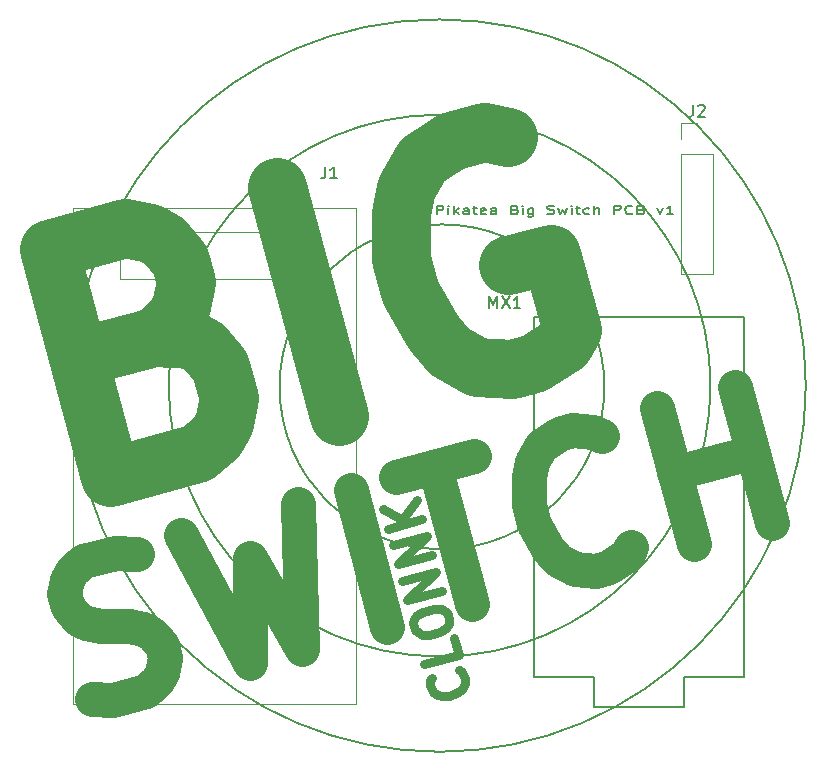
<source format=gbr>
%TF.GenerationSoftware,KiCad,Pcbnew,(5.1.6)-1*%
%TF.CreationDate,2021-01-28T10:50:38-06:00*%
%TF.ProjectId,BigSwitch,42696753-7769-4746-9368-2e6b69636164,rev?*%
%TF.SameCoordinates,Original*%
%TF.FileFunction,Legend,Top*%
%TF.FilePolarity,Positive*%
%FSLAX46Y46*%
G04 Gerber Fmt 4.6, Leading zero omitted, Abs format (unit mm)*
G04 Created by KiCad (PCBNEW (5.1.6)-1) date 2021-01-28 10:50:38*
%MOMM*%
%LPD*%
G01*
G04 APERTURE LIST*
%ADD10C,3.000000*%
%ADD11C,5.000000*%
%ADD12C,0.150000*%
%ADD13C,0.750000*%
%ADD14C,0.120000*%
G04 APERTURE END LIST*
D10*
X114879346Y-130206211D02*
X116683115Y-130314478D01*
X119442903Y-129574995D01*
X120398922Y-128727245D01*
X120802983Y-128027390D01*
X121059147Y-126775579D01*
X120763354Y-125671663D01*
X119915603Y-124715645D01*
X119215749Y-124311584D01*
X117963937Y-124055419D01*
X115608210Y-124095048D01*
X114356398Y-123838884D01*
X113656544Y-123434823D01*
X112808793Y-122478804D01*
X112513000Y-121374889D01*
X112769165Y-120123077D01*
X113173226Y-119423223D01*
X114129244Y-118575472D01*
X116889032Y-117835989D01*
X118692802Y-117944257D01*
X122408609Y-116357023D02*
X128274225Y-127208650D01*
X128263607Y-118337699D01*
X132689886Y-126025477D01*
X132343846Y-113694884D01*
X139865335Y-124102821D02*
X136759507Y-112511711D01*
X140623210Y-111476435D02*
X147246701Y-109701676D01*
X147040784Y-122180166D02*
X143934956Y-110589056D01*
X160543931Y-117378835D02*
X160139870Y-118078690D01*
X158631894Y-119074337D01*
X157527979Y-119370130D01*
X155724209Y-119261862D01*
X154324501Y-118453740D01*
X153476750Y-117497722D01*
X152333206Y-115437788D01*
X151889516Y-113781915D01*
X151849887Y-111426188D01*
X152106052Y-110174376D01*
X152914174Y-108774668D01*
X154422150Y-107779020D01*
X155526065Y-107483227D01*
X157329835Y-107591495D01*
X158029689Y-107995556D01*
X165807343Y-117151681D02*
X162701514Y-105560571D01*
X164180480Y-111080147D02*
X170803972Y-109305388D01*
X172430834Y-115376922D02*
X169325006Y-103785812D01*
D11*
X120151247Y-99571026D02*
X123157529Y-99751472D01*
X124323953Y-100424907D01*
X125736871Y-102018272D01*
X126476354Y-104778060D01*
X126049413Y-106864413D01*
X125375978Y-108030837D01*
X123782614Y-109443755D01*
X116423179Y-111415709D01*
X111246798Y-92097193D01*
X117686304Y-90371732D01*
X119772657Y-90798673D01*
X120939080Y-91472108D01*
X122351998Y-93065473D01*
X122844987Y-94905331D01*
X122418046Y-96991684D01*
X121744611Y-98158108D01*
X120151247Y-99571026D01*
X113711741Y-101296486D01*
X135741696Y-106239328D02*
X130565315Y-86920812D01*
X150130326Y-82664360D02*
X148043973Y-82237420D01*
X145284184Y-82976903D01*
X142770891Y-84636315D01*
X141424021Y-86969162D01*
X140997080Y-89055515D01*
X141063128Y-92981727D01*
X141802611Y-95741515D01*
X143708518Y-99174738D01*
X145121436Y-100768103D01*
X147454283Y-102114973D01*
X150460565Y-102295419D01*
X152300424Y-101802430D01*
X154813718Y-100143018D01*
X155487153Y-98976594D01*
X153761693Y-92537089D01*
X150081975Y-93523066D01*
D12*
X158248091Y-103800000D02*
G75*
G03*
X158248091Y-103800000I-13748091J0D01*
G01*
D13*
X145967244Y-127801211D02*
X146142207Y-127902227D01*
X146391119Y-128279221D01*
X146465068Y-128555199D01*
X146438001Y-129006142D01*
X146235970Y-129356069D01*
X145996965Y-129568007D01*
X145481982Y-129853893D01*
X145068014Y-129964815D01*
X144479082Y-129974722D01*
X144166129Y-129910681D01*
X143816202Y-129708651D01*
X143567290Y-129331657D01*
X143493342Y-129055678D01*
X143520409Y-128604735D01*
X143621424Y-128429772D01*
X145540714Y-125105464D02*
X145910455Y-126485358D01*
X143012678Y-127261815D01*
X142236221Y-124364038D02*
X142088324Y-123812080D01*
X142152365Y-123499127D01*
X142354396Y-123149200D01*
X142869379Y-122863314D01*
X143835305Y-122604495D01*
X144424237Y-122594588D01*
X144774164Y-122796619D01*
X144986102Y-123035623D01*
X145133998Y-123587581D01*
X145069957Y-123900534D01*
X144867927Y-124250461D01*
X144352943Y-124536347D01*
X143387017Y-124795166D01*
X142798085Y-124805073D01*
X142448158Y-124603043D01*
X142236221Y-124364038D01*
X144468463Y-121103772D02*
X141570686Y-121880229D01*
X144024774Y-119447899D01*
X141126996Y-120224356D01*
X143655032Y-118068005D02*
X140757255Y-118844462D01*
X143211342Y-116412132D01*
X140313565Y-117188589D01*
X142841601Y-115032238D02*
X139943823Y-115808695D01*
X142397911Y-113376365D02*
X141074806Y-115061959D01*
X139500134Y-114152822D02*
X141599696Y-115365005D01*
D12*
X144050000Y-89166666D02*
X144050000Y-88466666D01*
X144430952Y-88466666D01*
X144526190Y-88500000D01*
X144573809Y-88533333D01*
X144621428Y-88600000D01*
X144621428Y-88700000D01*
X144573809Y-88766666D01*
X144526190Y-88800000D01*
X144430952Y-88833333D01*
X144050000Y-88833333D01*
X145050000Y-89166666D02*
X145050000Y-88700000D01*
X145050000Y-88466666D02*
X145002380Y-88500000D01*
X145050000Y-88533333D01*
X145097619Y-88500000D01*
X145050000Y-88466666D01*
X145050000Y-88533333D01*
X145526190Y-89166666D02*
X145526190Y-88466666D01*
X145621428Y-88900000D02*
X145907142Y-89166666D01*
X145907142Y-88700000D02*
X145526190Y-88966666D01*
X146764285Y-89166666D02*
X146764285Y-88800000D01*
X146716666Y-88733333D01*
X146621428Y-88700000D01*
X146430952Y-88700000D01*
X146335714Y-88733333D01*
X146764285Y-89133333D02*
X146669047Y-89166666D01*
X146430952Y-89166666D01*
X146335714Y-89133333D01*
X146288095Y-89066666D01*
X146288095Y-89000000D01*
X146335714Y-88933333D01*
X146430952Y-88900000D01*
X146669047Y-88900000D01*
X146764285Y-88866666D01*
X147097619Y-88700000D02*
X147478571Y-88700000D01*
X147240476Y-88466666D02*
X147240476Y-89066666D01*
X147288095Y-89133333D01*
X147383333Y-89166666D01*
X147478571Y-89166666D01*
X148192857Y-89133333D02*
X148097619Y-89166666D01*
X147907142Y-89166666D01*
X147811904Y-89133333D01*
X147764285Y-89066666D01*
X147764285Y-88800000D01*
X147811904Y-88733333D01*
X147907142Y-88700000D01*
X148097619Y-88700000D01*
X148192857Y-88733333D01*
X148240476Y-88800000D01*
X148240476Y-88866666D01*
X147764285Y-88933333D01*
X149097619Y-89166666D02*
X149097619Y-88800000D01*
X149050000Y-88733333D01*
X148954761Y-88700000D01*
X148764285Y-88700000D01*
X148669047Y-88733333D01*
X149097619Y-89133333D02*
X149002380Y-89166666D01*
X148764285Y-89166666D01*
X148669047Y-89133333D01*
X148621428Y-89066666D01*
X148621428Y-89000000D01*
X148669047Y-88933333D01*
X148764285Y-88900000D01*
X149002380Y-88900000D01*
X149097619Y-88866666D01*
X150669047Y-88800000D02*
X150811904Y-88833333D01*
X150859523Y-88866666D01*
X150907142Y-88933333D01*
X150907142Y-89033333D01*
X150859523Y-89100000D01*
X150811904Y-89133333D01*
X150716666Y-89166666D01*
X150335714Y-89166666D01*
X150335714Y-88466666D01*
X150669047Y-88466666D01*
X150764285Y-88500000D01*
X150811904Y-88533333D01*
X150859523Y-88600000D01*
X150859523Y-88666666D01*
X150811904Y-88733333D01*
X150764285Y-88766666D01*
X150669047Y-88800000D01*
X150335714Y-88800000D01*
X151335714Y-89166666D02*
X151335714Y-88700000D01*
X151335714Y-88466666D02*
X151288095Y-88500000D01*
X151335714Y-88533333D01*
X151383333Y-88500000D01*
X151335714Y-88466666D01*
X151335714Y-88533333D01*
X152240476Y-88700000D02*
X152240476Y-89266666D01*
X152192857Y-89333333D01*
X152145238Y-89366666D01*
X152050000Y-89400000D01*
X151907142Y-89400000D01*
X151811904Y-89366666D01*
X152240476Y-89133333D02*
X152145238Y-89166666D01*
X151954761Y-89166666D01*
X151859523Y-89133333D01*
X151811904Y-89100000D01*
X151764285Y-89033333D01*
X151764285Y-88833333D01*
X151811904Y-88766666D01*
X151859523Y-88733333D01*
X151954761Y-88700000D01*
X152145238Y-88700000D01*
X152240476Y-88733333D01*
X153430952Y-89133333D02*
X153573809Y-89166666D01*
X153811904Y-89166666D01*
X153907142Y-89133333D01*
X153954761Y-89100000D01*
X154002380Y-89033333D01*
X154002380Y-88966666D01*
X153954761Y-88900000D01*
X153907142Y-88866666D01*
X153811904Y-88833333D01*
X153621428Y-88800000D01*
X153526190Y-88766666D01*
X153478571Y-88733333D01*
X153430952Y-88666666D01*
X153430952Y-88600000D01*
X153478571Y-88533333D01*
X153526190Y-88500000D01*
X153621428Y-88466666D01*
X153859523Y-88466666D01*
X154002380Y-88500000D01*
X154335714Y-88700000D02*
X154526190Y-89166666D01*
X154716666Y-88833333D01*
X154907142Y-89166666D01*
X155097619Y-88700000D01*
X155478571Y-89166666D02*
X155478571Y-88700000D01*
X155478571Y-88466666D02*
X155430952Y-88500000D01*
X155478571Y-88533333D01*
X155526190Y-88500000D01*
X155478571Y-88466666D01*
X155478571Y-88533333D01*
X155811904Y-88700000D02*
X156192857Y-88700000D01*
X155954761Y-88466666D02*
X155954761Y-89066666D01*
X156002380Y-89133333D01*
X156097619Y-89166666D01*
X156192857Y-89166666D01*
X156954761Y-89133333D02*
X156859523Y-89166666D01*
X156669047Y-89166666D01*
X156573809Y-89133333D01*
X156526190Y-89100000D01*
X156478571Y-89033333D01*
X156478571Y-88833333D01*
X156526190Y-88766666D01*
X156573809Y-88733333D01*
X156669047Y-88700000D01*
X156859523Y-88700000D01*
X156954761Y-88733333D01*
X157383333Y-89166666D02*
X157383333Y-88466666D01*
X157811904Y-89166666D02*
X157811904Y-88800000D01*
X157764285Y-88733333D01*
X157669047Y-88700000D01*
X157526190Y-88700000D01*
X157430952Y-88733333D01*
X157383333Y-88766666D01*
X159050000Y-89166666D02*
X159050000Y-88466666D01*
X159430952Y-88466666D01*
X159526190Y-88500000D01*
X159573809Y-88533333D01*
X159621428Y-88600000D01*
X159621428Y-88700000D01*
X159573809Y-88766666D01*
X159526190Y-88800000D01*
X159430952Y-88833333D01*
X159050000Y-88833333D01*
X160621428Y-89100000D02*
X160573809Y-89133333D01*
X160430952Y-89166666D01*
X160335714Y-89166666D01*
X160192857Y-89133333D01*
X160097619Y-89066666D01*
X160050000Y-89000000D01*
X160002380Y-88866666D01*
X160002380Y-88766666D01*
X160050000Y-88633333D01*
X160097619Y-88566666D01*
X160192857Y-88500000D01*
X160335714Y-88466666D01*
X160430952Y-88466666D01*
X160573809Y-88500000D01*
X160621428Y-88533333D01*
X161383333Y-88800000D02*
X161526190Y-88833333D01*
X161573809Y-88866666D01*
X161621428Y-88933333D01*
X161621428Y-89033333D01*
X161573809Y-89100000D01*
X161526190Y-89133333D01*
X161430952Y-89166666D01*
X161050000Y-89166666D01*
X161050000Y-88466666D01*
X161383333Y-88466666D01*
X161478571Y-88500000D01*
X161526190Y-88533333D01*
X161573809Y-88600000D01*
X161573809Y-88666666D01*
X161526190Y-88733333D01*
X161478571Y-88766666D01*
X161383333Y-88800000D01*
X161050000Y-88800000D01*
X162716666Y-88700000D02*
X162954761Y-89166666D01*
X163192857Y-88700000D01*
X164097619Y-89166666D02*
X163526190Y-89166666D01*
X163811904Y-89166666D02*
X163811904Y-88466666D01*
X163716666Y-88566666D01*
X163621428Y-88633333D01*
X163526190Y-88666666D01*
X167234036Y-103700000D02*
G75*
G03*
X167234036Y-103700000I-22934036J0D01*
G01*
X175302581Y-103700000D02*
G75*
G03*
X175302581Y-103700000I-31002581J0D01*
G01*
D14*
%TO.C,J1*%
X137250000Y-130700000D02*
X113250000Y-130700000D01*
X113250000Y-88700000D02*
X113250000Y-130700000D01*
X137250000Y-88700000D02*
X137250000Y-130700000D01*
X113250000Y-88700000D02*
X137250000Y-88700000D01*
X133250000Y-94700000D02*
X117250000Y-94700000D01*
X133250000Y-94700000D02*
X133250000Y-90700000D01*
X133250000Y-90700000D02*
X117250000Y-90700000D01*
X117250000Y-90700000D02*
X117250000Y-94700000D01*
D12*
%TO.C,U1*%
X152310000Y-97860000D02*
X170090000Y-97860000D01*
X152310000Y-128340000D02*
X152310000Y-97860000D01*
X157390000Y-128340000D02*
X152310000Y-128340000D01*
X157390000Y-130880000D02*
X157390000Y-128340000D01*
X165010000Y-130880000D02*
X157390000Y-130880000D01*
X165010000Y-128340000D02*
X165010000Y-130880000D01*
X170090000Y-128340000D02*
X165010000Y-128340000D01*
X170090000Y-128340000D02*
X170090000Y-97860000D01*
D14*
%TO.C,J2*%
X164770000Y-81470000D02*
X166100000Y-81470000D01*
X164770000Y-82800000D02*
X164770000Y-81470000D01*
X164770000Y-84070000D02*
X167430000Y-84070000D01*
X167430000Y-84070000D02*
X167430000Y-94290000D01*
X164770000Y-84070000D02*
X164770000Y-94290000D01*
X164770000Y-94290000D02*
X167430000Y-94290000D01*
%TO.C,J1*%
D12*
X134616666Y-85152380D02*
X134616666Y-85866666D01*
X134569047Y-86009523D01*
X134473809Y-86104761D01*
X134330952Y-86152380D01*
X134235714Y-86152380D01*
X135616666Y-86152380D02*
X135045238Y-86152380D01*
X135330952Y-86152380D02*
X135330952Y-85152380D01*
X135235714Y-85295238D01*
X135140476Y-85390476D01*
X135045238Y-85438095D01*
%TO.C,MX1*%
X148514285Y-97152380D02*
X148514285Y-96152380D01*
X148847619Y-96866666D01*
X149180952Y-96152380D01*
X149180952Y-97152380D01*
X149561904Y-96152380D02*
X150228571Y-97152380D01*
X150228571Y-96152380D02*
X149561904Y-97152380D01*
X151133333Y-97152380D02*
X150561904Y-97152380D01*
X150847619Y-97152380D02*
X150847619Y-96152380D01*
X150752380Y-96295238D01*
X150657142Y-96390476D01*
X150561904Y-96438095D01*
%TO.C,J2*%
X165766666Y-79922380D02*
X165766666Y-80636666D01*
X165719047Y-80779523D01*
X165623809Y-80874761D01*
X165480952Y-80922380D01*
X165385714Y-80922380D01*
X166195238Y-80017619D02*
X166242857Y-79970000D01*
X166338095Y-79922380D01*
X166576190Y-79922380D01*
X166671428Y-79970000D01*
X166719047Y-80017619D01*
X166766666Y-80112857D01*
X166766666Y-80208095D01*
X166719047Y-80350952D01*
X166147619Y-80922380D01*
X166766666Y-80922380D01*
%TD*%
M02*

</source>
